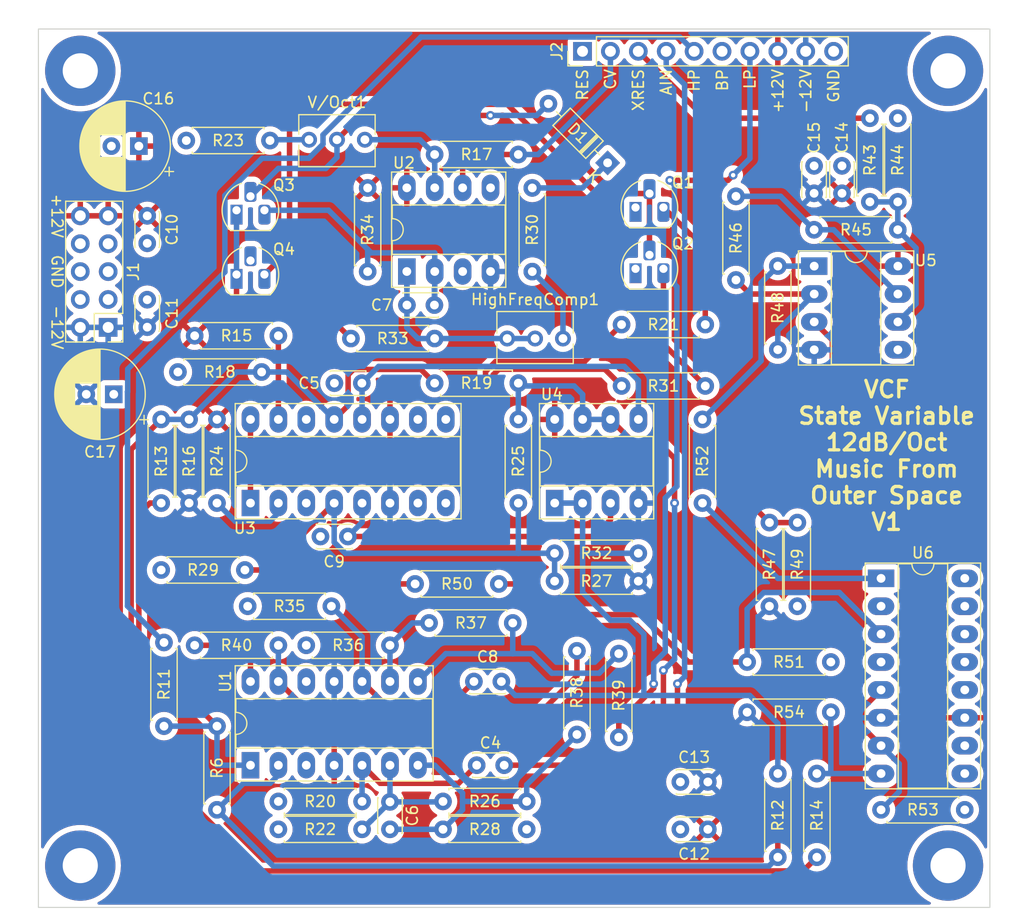
<source format=kicad_pcb>
(kicad_pcb (version 20221018) (generator pcbnew)
  (layers (0 "F.Cu" signal) (1 "In1.Cu" power) (2 "In2.Cu" power) (31 "B.Cu" signal) (34 "B.Paste" user) (35 "F.Paste" user) (36 "B.SilkS" user "B.Silkscreen") (37 "F.SilkS" user "F.Silkscreen") (38 "B.Mask" user) (39 "F.Mask" user) (44 "Edge.Cuts" user))
  (net 0 "")
  (net 1 "+12V")
  (net 2 "-12V")
  (net 3 "AIN")
  (net 4 "RES")
  (net 5 "CV{slash}CO")
  (net 6 "Net-(U1B-+)")
  (net 7 "GND")
  (net 8 "Net-(Q2-C)")
  (net 9 "Net-(C6-Pad1)")
  (net 10 "Net-(D1-K)")
  (net 11 "Net-(D1-A)")
  (net 12 "Net-(U1B--)")
  (net 13 "Net-(C7-Pad2)")
  (net 14 "Net-(U1C-+)")
  (net 19 "Net-(Q1-C)")
  (net 20 "Net-(Q3-C)")
  (net 21 "Net-(Q1-B)")
  (net 22 "Net-(U3A-DIODE_BIAS)")
  (net 23 "Net-(Q3-E)")
  (net 24 "Net-(U3A--)")
  (net 25 "HP")
  (net 26 "RB")
  (net 27 "Net-(U4B-+)")
  (net 28 "Net-(U4B--)")
  (net 29 "Net-(R11-Pad1)")
  (net 30 "Net-(U3C-DIODE_BIAS)")
  (net 31 "Net-(U3C--)")
  (net 32 "Net-(R17-Pad2)")
  (net 33 "Net-(U4A-+)")
  (net 34 "Net-(R21-Pad2)")
  (net 35 "Net-(R23-Pad1)")
  (net 36 "BP")
  (net 37 "Net-(R31-Pad2)")
  (net 38 "Net-(U1C--)")
  (net 39 "Net-(R37-Pad2)")
  (net 40 "LP")
  (net 41 "Net-(U1D--)")
  (net 42 "RA")
  (net 43 "XRES")
  (net 44 "Net-(U5B--)")
  (net 45 "Net-(R45-Pad2)")
  (net 46 "Net-(U5A-+)")
  (net 47 "Net-(U5A--)")
  (net 48 "Net-(R48-Pad2)")
  (net 49 "Net-(R52-Pad2)")
  (net 50 "Net-(R53-Pad2)")
  (net 51 "Net-(U6C-+)")
  (net 58 "Net-(U4A--)")
  (net 59 "Net-(HighFreqComp1-Pad3)")
  (footprint "Package_TO_SOT_THT:TO-92_HandSolder" (layer "F.Cu") (at 113.538 40.894)
    (fp_text reference "Q1")
    (fp_text value "2N3906")
  )
  (footprint "Library:R_Axial_DIN0207_L6.3mm_D2.5mm_P7.62mm_Horizontal" (layer "F.Cu") (at 96.012 94.996)
    (fp_text reference "R26")
    (fp_text value "150K")
  )
  (footprint "Library:R_Axial_DIN0207_L6.3mm_D2.5mm_P7.62mm_Horizontal" (layer "F.Cu") (at 122.682 39.878 -90)
    (fp_text reference "R46")
    (fp_text value "100K")
  )
  (footprint "Library:R_Axial_DIN0207_L6.3mm_D2.5mm_P7.62mm_Horizontal" (layer "F.Cu") (at 72.898 67.818 90)
    (fp_text reference "R16")
    (fp_text value "43K")
  )
  (footprint "Library:R_Axial_DIN0207_L6.3mm_D2.5mm_P7.62mm_Horizontal" (layer "F.Cu") (at 73.406 52.578)
    (fp_text reference "R15")
    (fp_text value "20K")
  )
  (footprint "Capacitor_THT:C_Disc_D3.0mm_W2.0mm_P2.50mm" (layer "F.Cu") (at 84.856 70.866)
    (fp_text reference "C9")
    (fp_text value "220pF")
  )
  (footprint "Library:R_Axial_DIN0207_L6.3mm_D2.5mm_P7.62mm_Horizontal" (layer "F.Cu") (at 119.634 60.198 -90)
    (fp_text reference "R52")
    (fp_text value "30K")
  )
  (footprint "Package_DIP:DIP-16_W7.62mm_Socket_LongPads" (layer "F.Cu") (at 135.89 74.676)
    (fp_text reference "U6")
    (fp_text value "LM13700")
  )
  (footprint "Library:R_Axial_DIN0207_L6.3mm_D2.5mm_P7.62mm_Horizontal" (layer "F.Cu") (at 112.014 81.534 -90)
    (fp_text reference "R39")
    (fp_text value "2K")
  )
  (footprint "Capacitor_THT:CP_Radial_D8.0mm_P2.50mm" (layer "F.Cu") (at 66.04 57.912 180)
    (fp_text reference "C17")
    (fp_text value "10uF")
  )
  (footprint "Library:R_Axial_DIN0207_L6.3mm_D2.5mm_P7.62mm_Horizontal" (layer "F.Cu") (at 123.698 86.868)
    (fp_text reference "R54")
    (fp_text value "4.7K")
  )
  (footprint "Library:R_Axial_DIN0207_L6.3mm_D2.5mm_P7.62mm_Horizontal" (layer "F.Cu") (at 102.87 36.068 180)
    (fp_text reference "R17")
    (fp_text value "100K")
  )
  (footprint "Library:R_Axial_DIN0207_L6.3mm_D2.5mm_P7.62mm_Horizontal" (layer "F.Cu") (at 96.012 97.536)
    (fp_text reference "R28")
    (fp_text value "2K")
  )
  (footprint "Library:R_Axial_DIN0207_L6.3mm_D2.5mm_P7.62mm_Horizontal" (layer "F.Cu") (at 93.472 75.184)
    (fp_text reference "R50")
    (fp_text value "30K")
  )
  (footprint "Package_TO_SOT_THT:TO-92_HandSolder" (layer "F.Cu") (at 77.216 41.148)
    (fp_text reference "Q3")
    (fp_text value "2N3904")
  )
  (footprint "Capacitor_THT:C_Disc_D3.0mm_W2.0mm_P2.50mm" (layer "F.Cu") (at 117.622 93.218)
    (fp_text reference "C13")
    (fp_text value "100nF")
  )
  (footprint "Capacitor_THT:C_Disc_D3.0mm_W2.0mm_P2.50mm" (layer "F.Cu") (at 86.126 56.896)
    (fp_text reference "C5")
    (fp_text value "220pF")
  )
  (footprint "Library:R_Axial_DIN0207_L6.3mm_D2.5mm_P7.62mm_Horizontal" (layer "F.Cu") (at 70.612 88.138 90)
    (fp_text reference "R11")
    (fp_text value "100K")
  )
  (footprint "Library:R_Axial_DIN0207_L6.3mm_D2.5mm_P7.62mm_Horizontal" (layer "F.Cu") (at 143.51 95.758 180)
    (fp_text reference "R53")
    (fp_text value "30K")
  )
  (footprint "MountingHole:MountingHole_3.2mm_M3_Pad" (layer "F.Cu") (at 141.986 100.838)
    (fp_text reference "H3" hide)
    (fp_text value "MountingHole_Pad")
  )
  (footprint "Library:R_Axial_DIN0207_L6.3mm_D2.5mm_P7.62mm_Horizontal" (layer "F.Cu") (at 106.172 72.39)
    (fp_text reference "R32")
    (fp_text value "100K")
  )
  (footprint "Capacitor_THT:C_Disc_D3.0mm_W2.0mm_P2.50mm" (layer "F.Cu") (at 132.334 39.604 90)
    (fp_text reference "C14")
    (fp_text value "100nF")
  )
  (footprint "Library:R_Axial_DIN0207_L6.3mm_D2.5mm_P7.62mm_Horizontal" (layer "F.Cu") (at 119.888 51.562 180)
    (fp_text reference "R21")
    (fp_text value "7.5K")
  )
  (footprint "Library:R_Axial_DIN0207_L6.3mm_D2.5mm_P7.62mm_Horizontal" (layer "F.Cu") (at 125.73 77.216 90)
    (fp_text reference "R47")
    (fp_text value "100K")
  )
  (footprint "Library:R_Axial_DIN0207_L6.3mm_D2.5mm_P7.62mm_Horizontal" (layer "F.Cu") (at 71.882 55.88)
    (fp_text reference "R18")
    (fp_text value "100R")
  )
  (footprint "Library:R_Axial_DIN0207_L6.3mm_D2.5mm_P7.62mm_Horizontal" (layer "F.Cu") (at 104.14 39.116 -90)
    (fp_text reference "R30")
    (fp_text value "10K")
  )
  (footprint "Library:R_Axial_DIN0207_L6.3mm_D2.5mm_P7.62mm_Horizontal" (layer "F.Cu") (at 95.25 56.896)
    (fp_text reference "R19")
    (fp_text value "100K")
  )
  (footprint "Library:R_Axial_DIN0207_L6.3mm_D2.5mm_P7.62mm_Horizontal" (layer "F.Cu") (at 70.358 67.818 90)
    (fp_text reference "R13")
    (fp_text value "100K")
  )
  (footprint "Library:R_Axial_DIN0207_L6.3mm_D2.5mm_P7.62mm_Horizontal" (layer "F.Cu") (at 102.87 60.198 -90)
    (fp_text reference "R25")
    (fp_text value "100K")
  )
  (footprint "Connector_PinHeader_2.54mm:PinHeader_1x10_P2.54mm_Vertical" (layer "F.Cu") (at 108.712 26.67 90)
    (fp_text reference "J2")
    (fp_text value "Conn_01x10")
  )
  (footprint "Library:R_Axial_DIN0207_L6.3mm_D2.5mm_P7.62mm_Horizontal" (layer "F.Cu") (at 128.27 69.596 -90)
    (fp_text reference "R49")
    (fp_text value "30K")
  )
  (footprint "Library:R_Axial_DIN0207_L6.3mm_D2.5mm_P7.62mm_Horizontal" (layer "F.Cu") (at 137.414 42.926 180)
    (fp_text reference "R45")
    (fp_text value "120K")
  )
  (footprint "Library:R_Axial_DIN0207_L6.3mm_D2.5mm_P7.62mm_Horizontal" (layer "F.Cu") (at 89.154 39.116 -90)
    (fp_text reference "R34")
    (fp_text value "1M")
  )
  (footprint "Package_DIP:DIP-8_W7.62mm_Socket_LongPads" (layer "F.Cu") (at 106.182 67.818 90)
    (fp_text reference "U4")
    (fp_text value "TL072")
  )
  (footprint "Library:R_Axial_DIN0207_L6.3mm_D2.5mm_P7.62mm_Horizontal" (layer "F.Cu") (at 75.438 95.758 90)
    (fp_text reference "R6")
    (fp_text value "300K")
  )
  (footprint "Library:R_Axial_DIN0207_L6.3mm_D2.5mm_P7.62mm_Horizontal" (layer "F.Cu") (at 108.204 88.9 90)
    (fp_text reference "R38")
    (fp_text value "49.9K")
  )
  (footprint "Library:R_Axial_DIN0207_L6.3mm_D2.5mm_P7.62mm_Horizontal" (layer "F.Cu") (at 81.026 97.536)
    (fp_text reference "R22")
    (fp_text value "180K")
  )
  (footprint "Library:R_Axial_DIN0207_L6.3mm_D2.5mm_P7.62mm_Horizontal" (layer "F.Cu") (at 134.874 32.766 -90)
    (fp_text reference "R43")
    (fp_text value "100K")
  )
  (footprint "MountingHole:MountingHole_3.2mm_M3_Pad" (layer "F.Cu") (at 62.992 100.838)
    (fp_text reference "H4" hide)
    (fp_text value "MountingHole_Pad")
  )
  (footprint "Library:R_Axial_DIN0207_L6.3mm_D2.5mm_P7.62mm_Horizontal" (layer "F.Cu") (at 80.264 34.798 180)
    (fp_text reference "R23")
    (fp_text value "475R")
  )
  (footprint "MountingHole:MountingHole_3.2mm_M3_Pad" (layer "F.Cu") (at 62.992 28.448)
    (fp_text reference "H1" hide)
    (fp_text value "MountingHole_Pad")
  )
  (footprint "Package_DIP:DIP-8_W7.62mm_Socket_LongPads" (layer "F.Cu") (at 129.804 46.238)
    (fp_text reference "U5")
    (fp_text value "TL072")
  )
  (footprint "Library:R_Axial_DIN0207_L6.3mm_D2.5mm_P7.62mm_Horizontal" (layer "F.Cu") (at 131.318 82.296 180)
    (fp_text reference "R51")
    (fp_text value "100R")
  )
  (footprint "MountingHole:MountingHole_3.2mm_M3_Pad" (layer "F.Cu") (at 141.986 28.448)
    (fp_text reference "H2" hide)
    (fp_text value "MountingHole_Pad")
  )
  (footprint "Library:R_Axial_DIN0207_L6.3mm_D2.5mm_P7.62mm_Horizontal" (layer "F.Cu") (at 95.25 52.832 180)
    (fp_text reference "R33")
    (fp_text value "10K")
  )
  (footprint "Package_DIP:DIP-14_W7.62mm_Socket_LongPads" (layer "F.Cu") (at 78.486 91.694 90)
    (fp_text reference "U1")
    (fp_text value "TL074")
  )
  (footprint "Capacitor_THT:C_Disc_D3.0mm_W2.0mm_P2.50mm" (layer "F.Cu") (at 120.122 97.536 180)
    (fp_text reference "C12")
    (fp_text value "100nF")
  )
  (footprint "Library:R_Axial_DIN0207_L6.3mm_D2.5mm_P7.62mm_Horizontal" (layer "F.Cu") (at 94.742 78.74)
    (fp_text reference "R37")
    (fp_text value "150K")
  )
  (footprint "Library:R_Axial_DIN0207_L6.3mm_D2.5mm_P7.62mm_Horizontal" (layer "F.Cu") (at 81.026 94.996)
    (fp_text reference "R20")
    (fp_text value "4.7M")
  )
  (footprint "Potentiometer_THT:Potentiometer_Bourns_3266Y_Vertical" (layer "F.Cu") (at 88.9 34.723)
    (fp_text reference "V/Oct1")
    (fp_text value "100R")
  )
  (footprint "Library:R_Axial_DIN0207_L6.3mm_D2.5mm_P7.62mm_Horizontal" (layer "F.Cu") (at 126.492 53.848 90)
    (fp_text reference "R48")
    (fp_text value "100K")
  )
  (footprint "Library:R_Axial_DIN0207_L6.3mm_D2.5mm_P7.62mm_Horizontal" (layer "F.Cu") (at 78.232 77.216)
    (fp_text reference "R35")
    (fp_text value "4.7M")
  )
  (footprint "Potentiometer_THT:Potentiometer_Bourns_3266Y_Vertical" (layer "F.Cu") (at 101.854 52.832 180)
    (fp_text reference "HighFreqComp1")
    (fp_text value "100R")
  )
  (footprint "Capacitor_THT:C_Disc_D3.0mm_W2.0mm_P2.50mm" (layer "F.Cu") (at 69.088 41.656 -90)
    (fp_text reference "C10")
    (fp_text value "100nF")
  )
  (footprint "Capacitor_THT:C_Disc_D3.0mm_W2.0mm_P2.50mm" (layer "F.Cu") (at 91.186 97.536 90)
    (fp_text reference "C6")
    (fp_text value "22pF")
  )
  (footprint "Library:R_Axial_DIN0207_L6.3mm_D2.5mm_P7.62mm_Horizontal" (layer "F.Cu") (at 75.438 60.198 -90)
    (fp_text reference "R24")
    (fp_text value "20K")
  )
  (footprint "Connector_PinHeader_2.54mm:PinHeader_2x05_P2.54mm_Vertical" (layer "F.Cu") (at 65.532 51.816 180)
    (fp_text reference "J1")
    (fp_text value "Conn_02x05_Odd_Even")
  )
  (footprint "Library:R_Axial_DIN0207_L6.3mm_D2.5mm_P7.62mm_Horizontal" (layer "F.Cu") (at 83.566 80.772)
    (fp_text reference "R36")
    (fp_text value "39K")
  )
  (footprint "Library:R_Axial_DIN0207_L6.3mm_D2.5mm_P7.62mm_Horizontal" (layer "F.Cu") (at 130.048 92.456 -90)
    (fp_text reference "R14")
    (fp_text value "150K")
  )
  (footprint "Package_TO_SOT_THT:TO-92_HandSolder" (layer "F.Cu") (at 77.216 47.002)
    (fp_text reference "Q4")
    (fp_text value "2N3904")
  )
  (footprint "Library:R_Axial_DIN0207_L6.3mm_D2.5mm_P7.62mm_Horizontal" (layer "F.Cu") (at 137.414 32.766 -90)
    (fp_text reference "R44")
    (fp_text value "100K")
  )
  (footprint "Library:R_Axial_DIN0207_L6.3mm_D2.5mm_P7.62mm_Horizontal" (layer "F.Cu") (at 119.888 57.15 180)
    (fp_text reference "R31")
    (fp_text value "7.5K")
  )
  (footprint "Library:R_Axial_DIN0207_L6.3mm_D2.5mm_P7.62mm_Horizontal" (layer "F.Cu") (at 81.026 80.772 180)
    (fp_text reference "R40")
    (fp_text value "150K")
  )
  (footprint "Diode_THT:D_DO-35_SOD27_P7.62mm_Horizontal" (layer "F.Cu") (at 110.998 36.83 135)
    (fp_text reference "D1")
    (fp_text value "1N914")
  )
  (footprint "Package_DIP:DIP-8_W7.62mm_Socket_LongPads" (layer "F.Cu") (at 92.72 46.726 90)
    (fp_text reference "U2")
    (fp_text value "TL072")
  )
  (footprint "Capacitor_THT:C_Disc_D3.0mm_W2.0mm_P2.50mm" (layer "F.Cu") (at 101.58 91.694 180)
    (fp_text reference "C4")
    (fp_text value "100nF")
  )
  (footprint "Capacitor_THT:CP_Radial_D8.0mm_P2.50mm" (layer "F.Cu") (at 68.326 35.306 180)
    (fp_text reference "C16")
    (fp_text value "10uF")
  )
  (footprint "Library:R_Axial_DIN0207_L6.3mm_D2.5mm_P7.62mm_Horizontal" (layer "F.Cu") (at 70.358 73.914)
    (fp_text reference "R29")
    (fp_text value "100R")
  )
  (footprint "Library:R_Axial_DIN0207_L6.3mm_D2.5mm_P7.62mm_Horizontal" (layer "F.Cu") (at 113.792 74.93 180)
    (fp_text reference "R27")
    (fp_text value "39K")
  )
  (footprint "Capacitor_THT:C_Disc_D3.0mm_W2.0mm_P2.50mm" (layer "F.Cu") (at 95.23 49.784 180)
    (fp_text reference "C7")
    (fp_text value "1nF")
  )
  (footprint "Capacitor_THT:C_Disc_D3.0mm_W2.0mm_P2.50mm" (layer "F.Cu") (at 69.088 49.296 -90)
    (fp_text reference "C11")
    (fp_text value "100nF")
  )
  (footprint "Package_DIP:DIP-16_W7.62mm_Socket_LongPads" (layer "F.Cu") (at 78.486 67.818 90)
    (fp_text reference "U3")
    (fp_text value "LM13700")
  )
  (footprint "Package_TO_SOT_THT:TO-92_HandSolder" (layer "F.Cu") (at 113.538 46.482)
    (fp_text reference "Q2")
    (fp_text value "2N3906")
  )
  (footprint "Library:R_Axial_DIN0207_L6.3mm_D2.5mm_P7.62mm_Horizontal" (layer "F.Cu") (at 126.492 100.076 90)
    (fp_text reference "R12")
    (fp_text value "49.9K")
  )
  (footprint "Capacitor_THT:C_Disc_D3.0mm_W2.0mm_P2.50mm" (layer "F.Cu") (at 98.826 84.074)
    (fp_text reference "C8")
    (fp_text value "100nF")
  )
  (footprint "Capacitor_THT:C_Disc_D3.0mm_W2.0mm_P2.50mm" (layer "F.Cu") (at 129.794 37.104 -90)
    (fp_text reference "C15")
    (fp_text value "100nF")
  )
  (gr_rect (start 59.182 24.638) (end 145.796 104.648) (stroke (width 0.1)) (fill none) (layer "Edge.Cuts"))
  (gr_text "AIN" (at 116.332 28.194 90) (layer "F.SilkS") (effects (font (size 1 1)) (justify right)))
  (gr_text "BP" (at 121.442 28.194 90) (layer "F.SilkS") (effects (font (size 1 1)) (justify right)))
  (gr_text "CV" (at 111.252 28.194 90) (layer "F.SilkS") (effects (font (size 1 1)) (justify right)))
  (gr_text "XRES" (at 113.792 28.194 90) (layer "F.SilkS") (effects (font (size 1 1)) (justify right)))
  (gr_text "LP" (at 123.952 28.194 90) (layer "F.SilkS") (effects (font (size 1 1)) (justify right)))
  (gr_text "-12V" (at 129.032 28.194 90) (layer "F.SilkS") (effects (font (size 1 1)) (justify right)))
  (gr_text "HP" (at 118.872 28.194 90) (layer "F.SilkS") (effects (font (size 1 1)) (justify right)))
  (gr_text "GND" (at 131.572 28.194 90) (layer "F.SilkS") (effects (font (size 1 1)) (justify right)))
  (gr_text "+12V" (at 61.468 41.656 270) (layer "F.SilkS") (effects (font (size 1 1)) (justify top)))
  (gr_text "RES" (at 108.712 28.194 90) (layer "F.SilkS") (effects (font (size 1 1)) (justify right)))
  (gr_text "+12V" (at 126.492 28.194 90) (layer "F.SilkS") (effects (font (size 1 1)) (justify right)))
  (gr_text "GND" (at 61.468 46.736 270) (layer "F.SilkS") (effects (font (size 1 1)) (justify top)))
  (gr_text "-12V" (at 61.468 51.816 270) (layer "F.SilkS") (effects (font (size 1 1)) (justify top)))
  (gr_text "VCF\nState Variable\n12dB/Oct\nMusic From\nOuter Space\nV1" (at 136.398 63.5) (layer "F.SilkS") (effects (font (size 1.5 1.5) (thickness 0.3) bold)))
  (segment (start 126.492 100.076) (end 126.492 96.012) (width 0.5) (layer "F.Cu") (net 3))
  (segment (start 126.492 96.012) (end 117.3582 86.8782) (width 0.5) (layer "F.Cu") (net 3))
  (segment (start 117.3582 86.8782) (end 117.3582 84.276) (width 0.5) (layer "F.Cu") (net 3))
  (via (at 117.3582 84.276) (size 0.8) (drill 0.4) (layers "F.Cu" "B.Cu") (net 3))
  (segment (start 126.492 100.076) (end 125.692 100.876) (width 0.5) (layer "B.Cu") (net 3))
  (segment (start 81.0046 91.7154) (end 81.0046 92.6154) (width 0.5) (layer "B.Cu") (net 3))
  (segment (start 125.692 100.876) (end 80.556 100.876) (width 0.5) (layer "B.Cu") (net 3))
  (segment (start 118.0063 29.6943) (end 118.0063 83.6279) (width 0.5) (layer "B.Cu") (net 3))
  (segment (start 81.026 91.694) (end 81.0046 91.7154) (width 0.5) (layer "B.Cu") (net 3))
  (segment (start 118.0063 83.6279) (end 117.3582 84.276) (width 0.5) (layer "B.Cu") (net 3))
  (segment (start 116.332 28.02) (end 118.0063 29.6943) (width 0.5) (layer "B.Cu") (net 3))
  (segment (start 80.556 100.876) (end 75.438 95.758) (width 0.5) (layer "B.Cu") (net 3))
  (segment (start 77.852 93.344) (end 75.438 95.758) (width 0.5) (layer "B.Cu") (net 3))
  (segment (start 80.276 93.344) (end 77.852 93.344) (width 0.5) (layer "B.Cu") (net 3))
  (segment (start 81.0046 92.6154) (end 80.276 93.344) (width 0.5) (layer "B.Cu") (net 3))
  (segment (start 116.332 26.67) (end 116.332 28.02) (width 0.5) (layer "B.Cu") (net 3))
  (segment (start 102.87 36.068) (end 98.552 36.068) (width 0.5) (layer "F.Cu") (net 5))
  (segment (start 98.552 36.068) (end 97.8 36.82) (width 0.5) (layer "F.Cu") (net 5))
  (segment (start 97.8 36.82) (end 97.8 39.106) (width 0.5) (layer "F.Cu") (net 5))
  (segment (start 104.6737 36.068) (end 111.252 29.4897) (width 0.5) (layer "B.Cu") (net 5))
  (segment (start 102.87 36.068) (end 104.6737 36.068) (width 0.5) (layer "B.Cu") (net 5))
  (segment (start 111.252 29.4897) (end 111.252 26.67) (width 0.5) (layer "B.Cu") (net 5))
  (segment (start 88.646 91.694) (end 90.296 93.344) (width 0.5) (layer "F.Cu") (net 6))
  (segment (start 97.43 93.344) (end 99.08 91.694) (width 0.5) (layer "F.Cu") (net 6))
  (segment (start 90.296 93.344) (end 97.43 93.344) (width 0.5) (layer "F.Cu") (net 6))
  (segment (start 88.646 91.694) (end 88.646 94.996) (width 0.5) (layer "B.Cu") (net 6))
  (segment (start 116.078 53.34) (end 116.078 46.482) (width 0.5) (layer "F.Cu") (net 8))
  (segment (start 119.888 57.15) (end 116.078 53.34) (width 0.5) (layer "F.Cu") (net 8))
  (segment (start 97.79 94.234) (end 97.79 94.996) (width 0.5) (layer "B.Cu") (net 9))
  (segment (start 103.632 93.472) (end 108.204 88.9) (width 0.5) (layer "B.Cu") (net 9))
  (segment (start 103.632 94.996) (end 97.79 94.996) (width 0.5) (layer "B.Cu") (net 9))
  (segment (start 95.25 91.694) (end 97.79 94.234) (width 0.5) (layer "B.Cu") (net 9))
  (segment (start 97.79 95.758) (end 96.012 97.536) (width 0.5) (layer "B.Cu") (net 9))
  (segment (start 97.79 94.996) (end 97.79 95.758) (width 0.5) (layer "B.Cu") (net 9))
  (segment (start 103.632 94.996) (end 103.632 93.472) (width 0.5) (layer "B.Cu") (net 9))
  (segment (start 93.726 91.694) (end 95.25 91.694) (width 0.5) (layer "B.Cu") (net 9))
  (segment (start 91.186 97.536) (end 96.012 97.536) (width 0.5) (layer "B.Cu") (net 9))
  (segment (start 108.712 39.116) (end 110.998 36.83) (width 0.5) (layer "B.Cu") (net 10))
  (segment (start 104.14 39.116) (end 108.712 39.116) (width 0.5) (layer "B.Cu") (net 10))
  (segment (start 88.571 32.512) (end 86.36 34.723) (width 0.5) (layer "F.Cu") (net 11))
  (segment (start 100.33 32.512) (end 88.571 32.512) (width 0.5) (layer "F.Cu") (net 11))
  (via (at 100.33 32.512) (size 0.8) (drill 0.4) (layers "F.Cu" "B.Cu") (net 11))
  (segment (start 105.609846 31.441846) (end 104.539692 32.512) (width 0.5) (layer "B.Cu") (net 11))
  (segment (start 86.36 36.322) (end 86.36 34.723) (width 0.5) (layer "B.Cu") (net 11))
  (segment (start 85.344 37.338) (end 86.36 36.322) (width 0.5) (layer "B.Cu") (net 11))
  (segment (start 78.486 39.878) (end 81.026 37.338) (width 0.5) (layer "B.Cu") (net 11))
  (segment (start 104.539692 32.512) (end 100.33 32.512) (width 0.5) (layer "B.Cu") (net 11))
  (segment (start 81.026 37.338) (end 85.344 37.338) (width 0.5) (layer "B.Cu") (net 11))
  (segment (start 91.186 91.694) (end 91.186 95.036) (width 0.5) (layer "B.Cu") (net 12))
  (segment (start 89.486 96.736) (end 91.186 95.036) (width 0.5) (layer "B.Cu") (net 12))
  (segment (start 91.186 95.036) (end 95.972 95.036) (width 0.5) (layer "B.Cu") (net 12))
  (segment (start 95.972 95.036) (end 96.012 94.996) (width 0.5) (layer "B.Cu") (net 12))
  (segment (start 89.446 96.736) (end 88.646 97.536) (width 0.5) (layer "B.Cu") (net 12))
  (segment (start 89.486 96.736) (end 89.446 96.736) (width 0.5) (layer "B.Cu") (net 12))
  (segment (start 88.686 97.536) (end 89.486 96.736) (width 0.5) (layer "B.Cu") (net 12))
  (segment (start 92.73 49.784) (end 92.73 48.26) (width 0.5) (layer "B.Cu") (net 13))
  (segment (start 92.73 48.26) (end 92.72 48.25) (width 0.5) (layer "B.Cu") (net 13))
  (segment (start 92.72 48.25) (end 92.72 46.726) (width 0.5) (layer "B.Cu") (net 13))
  (segment (start 92.73 48.26) (end 92.73 46.736) (width 0.5) (layer "B.Cu") (net 13))
  (segment (start 104.394 52.832) (end 101.854 52.832) (width 0.5) (layer "B.Cu") (net 13))
  (segment (start 93.726 52.832) (end 92.71 51.816) (width 0.5) (layer "B.Cu") (net 13))
  (segment (start 95.25 52.832) (end 93.726 52.832) (width 0.5) (layer "B.Cu") (net 13))
  (segment (start 92.71 51.816) (end 92.73 51.796) (width 0.5) (layer "B.Cu") (net 13))
  (segment (start 101.854 52.832) (end 95.25 52.832) (width 0.5) (layer "B.Cu") (net 13))
  (segment (start 92.73 51.796) (end 92.73 49.784) (width 0.5) (layer "B.Cu") (net 13))
  (segment (start 98.826 84.074) (end 96.794 86.106) (width 0.5) (layer "F.Cu") (net 14))
  (segment (start 90.678 86.106) (end 88.646 84.074) (width 0.5) (layer "F.Cu") (net 14))
  (segment (start 96.794 86.106) (end 90.678 86.106) (width 0.5) (layer "F.Cu") (net 14))
  (segment (start 88.646 80.01) (end 85.852 77.216) (width 0.5) (layer "B.Cu") (net 14))
  (segment (start 88.646 84.074) (end 88.646 80.01) (width 0.5) (layer "B.Cu") (net 14))
  (segment (start 119.888 44.704) (end 119.888 51.562) (width 0.5) (layer "F.Cu") (net 19))
  (segment (start 116.078 40.894) (end 119.888 44.704) (width 0.5) (layer "F.Cu") (net 19))
  (segment (start 95.26 46.726) (end 95.26 45.026) (width 0.5) (layer "B.Cu") (net 20))
  (segment (start 95.26 45.026) (end 89.476 45.026) (width 0.5) (layer "B.Cu") (net 20))
  (segment (start 85.598 41.148) (end 79.756 41.148) (width 0.5) (layer "B.Cu") (net 20))
  (segment (start 95.26 48.24) (end 95.23 48.27) (width 0.5) (layer "B.Cu") (net 20))
  (segment (start 95.23 48.27) (end 95.23 49.784) (width 0.5) (layer "B.Cu") (net 20))
  (segment (start 89.476 45.026) (end 89.154 44.704) (width 0.5) (layer "B.Cu") (net 20))
  (segment (start 95.26 48.24) (end 95.26 49.754) (width 0.5) (layer "B.Cu") (net 20))
  (segment (start 89.154 44.704) (end 85.598 41.148) (width 0.5) (layer "B.Cu") (net 20))
  (segment (start 89.154 46.736) (end 89.154 44.704) (width 0.5) (layer "B.Cu") (net 20))
  (segment (start 95.26 46.726) (end 95.26 48.24) (width 0.5) (layer "B.Cu") (net 20))
  (segment (start 109.982 39.624) (end 101.854 31.496) (width 0.5) (layer "F.Cu") (net 21))
  (segment (start 101.854 31.496) (end 83.82 31.496) (width 0.5) (layer "F.Cu") (net 21))
  (segment (start 82.042 33.274) (end 82.042 44.716) (width 0.5) (layer "F.Cu") (net 21))
  (segment (start 114.808 39.624) (end 114.808 45.212) (width 0.5) (layer "F.Cu") (net 21))
  (segment (start 83.82 31.496) (end 82.042 33.274) (width 0.5) (layer "F.Cu") (net 21))
  (segment (start 114.808 39.624) (end 109.982 39.624) (width 0.5) (layer "F.Cu") (net 21))
  (segment (start 82.042 44.716) (end 79.756 47.002) (width 0.5) (layer "F.Cu") (net 21))
  (segment (start 81.026 60.198) (end 81.026 52.578) (width 0.5) (layer "F.Cu") (net 22))
  (segment (start 85.344 50.546) (end 77.47 50.546) (width 0.5) (layer "F.Cu") (net 23))
  (segment (start 77.216 50.292) (end 77.216 47.002) (width 0.5) (layer "F.Cu") (net 23))
  (segment (start 77.47 50.546) (end 77.216 50.292) (width 0.5) (layer "F.Cu") (net 23))
  (segment (start 87.63 52.832) (end 85.344 50.546) (width 0.5) (layer "F.Cu") (net 23))
  (segment (start 77.216 47.002) (end 77.216 41.148) (width 0.5) (layer "B.Cu") (net 23))
  (segment (start 94 55.646) (end 95.25 56.896) (width 0.5) (layer "F.Cu") (net 24))
  (segment (start 130.048 100.076) (end 128.798 101.326) (width 0.5) (layer "F.Cu") (net 24))
  (segment (start 86.106 60.198) (end 87.376 58.928) (width 0.5) (layer "F.Cu") (net 24))
  (segment (start 87.376 56.134) (end 87.864 55.646) (width 0.5) (layer "F.Cu") (net 24))
  (segment (start 128.798 101.326) (end 79.238233 101.326) (width 0.5) (layer "F.Cu") (net 24))
  (segment (start 87.376 58.928) (end 87.376 56.134) (width 0.5) (layer "F.Cu") (net 24))
  (segment (start 67.626 89.713767) (end 67.626 62.93) (width 0.5) (layer "F.Cu") (net 24))
  (segment (start 67.626 62.93) (end 70.358 60.198) (width 0.5) (layer "F.Cu") (net 24))
  (segment (start 87.864 55.646) (end 94 55.646) (width 0.5) (layer "F.Cu") (net 24))
  (segment (start 79.238233 101.326) (end 67.626 89.713767) (width 0.5) (layer "F.Cu") (net 24))
  (segment (start 70.358 60.198) (end 72.898 60.198) (width 0.5) (layer "B.Cu") (net 24))
  (segment (start 86.106 60.198) (end 81.788 55.88) (width 0.5) (layer "B.Cu") (net 24))
  (segment (start 72.898 60.198) (end 77.216 55.88) (width 0.5) (layer "B.Cu") (net 24))
  (segment (start 77.216 55.88) (end 79.502 55.88) (width 0.5) (layer "B.Cu") (net 24))
  (segment (start 81.788 55.88) (end 79.502 55.88) (width 0.5) (layer "B.Cu") (net 24))
  (segment (start 76.158 39.7972) (end 76.158 46.766) (width 0.5) (layer "B.Cu") (net 25))
  (segment (start 83.8016 36.4136) (end 79.5416 36.4136) (width 0.5) (layer "B.Cu") (net 25))
  (segment (start 85.09 34.2799) (end 85.09 35.1252) (width 0.5) (layer "B.Cu") (net 25))
  (segment (start 67.31 55.614) (end 76.158 46.766) (width 0.5) (layer "B.Cu") (net 25))
  (segment (start 117.5701 25.3681) (end 94.0018 25.3681) (width 0.5) (layer "B.Cu") (net 25))
  (segment (start 94.0018 25.3681) (end 85.09 34.2799) (width 0.5) (layer "B.Cu") (net 25))
  (segment (start 67.29 57.678) (end 67.31 57.658) (width 0.5) (layer "B.Cu") (net 25))
  (segment (start 79.5416 36.4136) (end 76.158 39.7972) (width 0.5) (layer "B.Cu") (net 25))
  (segment (start 67.31 57.658) (end 67.31 55.614) (width 0.5) (layer "B.Cu") (net 25))
  (segment (start 67.29 77.196) (end 67.29 57.678) (width 0.5) (layer "B.Cu") (net 25))
  (segment (start 85.09 35.1252) (end 83.8016 36.4136) (width 0.5) (layer "B.Cu") (net 25))
  (segment (start 118.872 26.67) (end 117.5701 25.3681) (width 0.5) (layer "B.Cu") (net 25))
  (segment (start 70.612 80.518) (end 67.29 77.196) (width 0.5) (layer "B.Cu") (net 25))
  (segment (start 131.318 86.868) (end 131.318 92.456) (width 0.5) (layer "B.Cu") (net 26))
  (segment (start 131.318 92.456) (end 130.048 92.456) (width 0.5) (layer "B.Cu") (net 26))
  (segment (start 135.89 92.456) (end 131.318 92.456) (width 0.5) (layer "B.Cu") (net 26))
  (segment (start 88.626 56.896) (end 90.15 55.372) (width 0.5) (layer "B.Cu") (net 27))
  (segment (start 113.802 56.652) (end 113.802 60.198) (width 0.5) (layer "B.Cu") (net 27))
  (segment (start 88.646 56.916) (end 88.626 56.896) (width 0.5) (layer "B.Cu") (net 27))
  (segment (start 88.646 60.198) (end 88.646 56.916) (width 0.5) (layer "B.Cu") (net 27))
  (segment (start 112.522 55.372) (end 113.802 56.652) (width 0.5) (layer "B.Cu") (net 27))
  (segment (start 90.15 55.372) (end 112.522 55.372) (width 0.5) (layer "B.Cu") (net 27))
  (segment (start 113.548 62.484) (end 111.262 60.198) (width 0.5) (layer "F.Cu") (net 28))
  (segment (start 117.094 63.754) (end 115.824 62.484) (width 0.5) (layer "F.Cu") (net 28))
  (segment (start 115.824 62.484) (end 113.548 62.484) (width 0.5) (layer "F.Cu") (net 28))
  (segment (start 116.078 89.154) (end 116.078 83.058) (width 0.5) (layer "F.Cu") (net 28))
  (segment (start 117.094 67.818) (end 117.094 63.754) (width 0.5) (layer "F.Cu") (net 28))
  (segment (start 113.538 91.694) (end 116.078 89.154) (width 0.5) (layer "F.Cu") (net 28))
  (segment (start 101.58 91.694) (end 113.538 91.694) (width 0.5) (layer "F.Cu") (net 28))
  (via (at 117.094 67.818) (size 0.8) (drill 0.4) (layers "F.Cu" "B.Cu") (net 28))
  (via (at 116.078 83.058) (size 0.8) (drill 0.4) (layers "F.Cu" "B.Cu") (net 28))
  (segment (start 116.078 83.058) (end 117.094 82.042) (width 0.5) (layer "B.Cu") (net 28))
  (segment (start 102.87 57.15) (end 107.95 57.15) (width 0.5) (layer "B.Cu") (net 28))
  (segment (start 107.95 57.15) (end 108.722 57.922) (width 0.5) (layer "B.Cu") (net 28))
  (segment (start 117.094 82.042) (end 117.094 67.818) (width 0.5) (layer "B.Cu") (net 28))
  (segment (start 102.87 60.198) (end 102.87 57.15) (width 0.5) (layer "B.Cu") (net 28))
  (segment (start 108.722 57.922) (end 108.722 60.198) (width 0.5) (layer "B.Cu") (net 28))
  (segment (start 108.722 60.198) (end 111.262 60.198) (width 0.5) (layer "B.Cu") (net 28))
  (segment (start 68.326 81.026) (end 75.438 88.138) (width 0.5) (layer "F.Cu") (net 29))
  (segment (start 68.326 68.834) (end 68.326 81.026) (width 0.5) (layer "F.Cu") (net 29))
  (segment (start 70.358 67.818) (end 69.342 67.818) (width 0.5) (layer "F.Cu") (net 29))
  (segment (start 69.342 67.818) (end 68.326 68.834) (width 0.5) (layer "F.Cu") (net 29))
  (segment (start 75.438 88.138) (end 70.612 88.138) (width 0.5) (layer "B.Cu") (net 29))
  (segment (start 75.438 88.138) (end 75.438 91.694) (width 0.5) (layer "B.Cu") (net 29))
  (segment (start 78.486 91.694) (end 75.438 91.694) (width 0.5) (layer "B.Cu") (net 29))
  (segment (start 80.276 69.468) (end 77.088 69.468) (width 0.5) (layer "B.Cu") (net 30))
  (segment (start 81.026 68.718) (end 81.026 67.818) (width 0.5) (layer "B.Cu") (net 30))
  (segment (start 81.026 68.718) (end 80.276 69.468) (width 0.5) (layer "B.Cu") (net 30))
  (segment (start 77.088 69.468) (end 75.438 67.818) (width 0.5) (layer "B.Cu") (net 30))
  (segment (start 77.978 73.914) (end 80.01 73.914) (width 0.5) (layer "F.Cu") (net 31))
  (segment (start 80.01 73.914) (end 86.106 67.818) (width 0.5) (layer "F.Cu") (net 31))
  (segment (start 102.87 72.39) (end 106.172 72.39) (width 0.5) (layer "B.Cu") (net 31))
  (segment (start 86.106 67.818) (end 86.106 71.3838) (width 0.5) (layer "B.Cu") (net 31))
  (segment (start 86.106 71.3838) (end 87.1122 72.39) (width 0.5) (layer "B.Cu") (net 31))
  (segment (start 87.1122 72.39) (end 102.87 72.39) (width 0.5) (layer "B.Cu") (net 31))
  (segment (start 106.172 72.39) (end 106.172 74.93) (width 0.5) (layer "B.Cu") (net 31))
  (segment (start 102.87 67.818) (end 102.87 72.39) (width 0.5) (layer "B.Cu") (net 31))
  (segment (start 95.26 36.9419) (end 95.25 36.9319) (width 0.5) (layer "B.Cu") (net 32))
  (segment (start 93.905 34.723) (end 95.25 36.068) (width 0.5) (layer "B.Cu") (net 32))
  (segment (start 88.9 34.723) (end 93.905 34.723) (width 0.5) (layer "B.Cu") (net 32))
  (segment (start 95.26 36.9419) (end 95.26 36.078) (width 0.5) (layer "B.Cu") (net 32))
  (segment (start 95.25 36.9319) (end 95.25 36.068) (width 0.5) (layer "B.Cu") (net 32))
  (segment (start 95.26 39.106) (end 95.26 36.9419) (width 0.5) (layer "B.Cu") (net 32))
  (segment (start 111.262 69.332) (end 111.262 67.818) (width 0.5) (layer "F.Cu") (net 33))
  (segment (start 87.356 70.866) (end 109.728 70.866) (width 0.5) (layer "F.Cu") (net 33))
  (segment (start 109.728 70.866) (end 111.262 69.332) (width 0.5) (layer "F.Cu") (net 33))
  (segment (start 88.646 67.818) (end 88.646 69.576) (width 0.5) (layer "B.Cu") (net 33))
  (segment (start 88.646 69.576) (end 87.356 70.866) (width 0.5) (layer "B.Cu") (net 33))
  (segment (start 108.904 54.926) (end 112.268 51.562) (width 0.5) (layer "F.Cu") (net 34))
  (segment (start 79.056 63.816) (end 98.77005 63.816) (width 0.5) (layer "F.Cu") (net 34))
  (segment (start 78.486 60.198) (end 78.486 63.246) (width 0.5) (layer "F.Cu") (net 34))
  (segment (start 98.77005 63.816) (end 99.884 62.70205) (width 0.5) (layer "F.Cu") (net 34))
  (segment (start 100.802051 54.926) (end 108.904 54.926) (width 0.5) (layer "F.Cu") (net 34))
  (segment (start 78.486 63.246) (end 79.056 63.816) (width 0.5) (layer "F.Cu") (net 34))
  (segment (start 99.884 62.70205) (end 99.884 55.84405) (width 0.5) (layer "F.Cu") (net 34))
  (segment (start 99.884 55.84405) (end 100.802051 54.926) (width 0.5) (layer "F.Cu") (net 34))
  (segment (start 83.82 34.723) (end 80.339 34.723) (width 0.5) (layer "B.Cu") (net 35))
  (segment (start 80.339 34.723) (end 80.264 34.798) (width 0.5) (layer "B.Cu") (net 35))
  (segment (start 110.744 55.626) (end 112.268 57.15) (width 0.5) (layer "F.Cu") (net 37))
  (segment (start 100.584 56.134) (end 101.092 55.626) (width 0.5) (layer "F.Cu") (net 37))
  (segment (start 78.486 65.532) (end 79.502 64.516) (width 0.5) (layer "F.Cu") (net 37))
  (segment (start 79.502 64.516) (end 99.06 64.516) (width 0.5) (layer "F.Cu") (net 37))
  (segment (start 78.486 67.818) (end 78.486 65.532) (width 0.5) (layer "F.Cu") (net 37))
  (segment (start 100.584 62.992) (end 100.584 56.134) (width 0.5) (layer "F.Cu") (net 37))
  (segment (start 99.06 64.516) (end 100.584 62.992) (width 0.5) (layer "F.Cu") (net 37))
  (segment (start 101.092 55.626) (end 110.744 55.626) (width 0.5) (layer "F.Cu") (net 37))
  (segment (start 91.186 84.074) (end 91.186 80.772) (width 0.5) (layer "B.Cu") (net 38))
  (segment (start 93.218 78.74) (end 91.186 80.772) (width 0.5) (layer "B.Cu") (net 38))
  (segment (start 94.742 78.74) (end 93.218 78.74) (width 0.5) (layer "B.Cu") (net 38))
  (segment (start 105.918 83.312) (end 110.236 83.312) (width 0.5) (layer "B.Cu") (net 39))
  (segment (start 93.726 84.074) (end 96.266 81.534) (width 0.5) (layer "B.Cu") (net 39))
  (segment (start 110.236 83.312) (end 112.014 81.534) (width 0.5) (layer "B.Cu") (net 39))
  (segment (start 96.266 81.534) (end 102.362 81.534) (width 0.5) (layer "B.Cu") (net 39))
  (segment (start 102.362 81.534) (end 104.14 81.534) (width 0.5) (layer "B.Cu") (net 39))
  (segment (start 102.362 78.74) (end 102.362 81.534) (width 0.5) (layer "B.Cu") (net 39))
  (segment (start 104.14 81.534) (end 105.918 83.312) (width 0.5) (layer "B.Cu") (net 39))
  (segment (start 112.014 89.154) (end 112.014 87.854) (width 0.5) (layer "F.Cu") (net 40))
  (segment (start 121.9537 38.4232) (end 122.4249 37.952) (width 0.5) (layer "F.Cu") (net 40))
  (segment (start 116.6605 38.4232) (end 121.9537 38.4232) (width 0.5) (layer "F.Cu") (net 40))
  (segment (start 115.189 84.679) (end 115.189 84.276) (width 0.5) (layer "F.Cu") (net 40))
  (segment (start 112.014 87.854) (end 115.189 84.679) (width 0.5) (layer "F.Cu") (net 40))
  (via (at 116.6605 38.4232) (size 0.8) (drill 0.4) (layers "F.Cu" "B.Cu") (net 40))
  (via (at 122.4249 37.952) (size 0.8) (drill 0.4) (layers "F.Cu" "B.Cu") (net 40))
  (via (at 115.189 84.276) (size 0.8) (drill 0.4) (layers "F.Cu" "B.Cu") (net 40))
  (segment (start 116.6605 38.4232) (end 117.0809 38.8436) (width 0.5) (layer "B.Cu") (net 40))
  (segment (start 117.0809 47.8816) (end 117.3063 48.107) (width 0.5) (layer "B.Cu") (net 40))
  (segment (start 122.4249 37.952) (end 123.952 36.4249) (width 0.5) (layer "B.Cu") (net 40))
  (segment (start 123.952 36.4249) (end 123.952 26.67) (width 0.5) (layer "B.Cu") (net 40))
  (segment (start 115.189 82.423) (end 115.189 84.276) (width 0.5) (layer "B.Cu") (net 40))
  (segment (start 116.244 67.3563) (end 116.244 81.368) (width 0.5) (layer "B.Cu") (net 40))
  (segment (start 117.0809 38.8436) (end 117.0809 47.8816) (width 0.5) (layer "B.Cu") (net 40))
  (segment (start 117.3063 66.294) (end 116.244 67.3563) (width 0.5) (layer "B.Cu") (net 40))
  (segment (start 116.244 81.368) (end 115.189 82.423) (width 0.5) (layer "B.Cu") (net 40))
  (segment (start 117.3063 48.107) (end 117.3063 66.294) (width 0.5) (layer "B.Cu") (net 40))
  (segment (start 84.074 87.122) (end 104.648 87.122) (width 0.5) (layer "F.Cu") (net 41))
  (segment (start 108.204 83.566) (end 108.204 81.28) (width 0.5) (layer "F.Cu") (net 41))
  (segment (start 81.026 84.074) (end 84.074 87.122) (width 0.5) (layer "F.Cu") (net 41))
  (segment (start 104.648 87.122) (end 108.204 83.566) (width 0.5) (layer "F.Cu") (net 41))
  (segment (start 81.026 84.074) (end 81.026 80.772) (width 0.5) (layer "B.Cu") (net 41))
  (segment (start 78.486 80.772) (end 78.486 80.01) (width 0.5) (layer "F.Cu") (net 42))
  (segment (start 73.406 80.772) (end 78.486 80.772) (width 0.5) (layer "F.Cu") (net 42))
  (segment (start 78.486 80.01) (end 83.312 75.184) (width 0.5) (layer "F.Cu") (net 42))
  (segment (start 83.312 75.184) (end 93.472 75.184) (width 0.5) (layer "F.Cu") (net 42))
  (segment (start 78.486 84.074) (end 78.486 80.772) (width 0.5) (layer "F.Cu") (net 42))
  (segment (start 119.888 32.766) (end 113.792 26.67) (width 0.5) (layer "F.Cu") (net 43))
  (segment (start 134.874 32.766) (end 119.888 32.766) (width 0.5) (layer "F.Cu") (net 43))
  (segment (start 137.414 42.926) (end 139.074 44.586) (width 0.5) (layer "B.Cu") (net 44))
  (segment (start 137.414 42.926) (end 137.414 40.386) (width 0.5) (layer "B.Cu") (net 44))
  (segment (start 139.074 49.668) (end 137.424 51.318) (width 0.5) (layer "B.Cu") (net 44))
  (segment (start 139.074 44.586) (end 139.074 49.668) (width 0.5) (layer "B.Cu") (net 44))
  (segment (start 137.414 40.386) (end 134.874 40.386) (width 0.5) (layer "B.Cu") (net 44))
  (segment (start 122.682 39.878) (end 126.746 39.878) (width 0.5) (layer "B.Cu") (net 45))
  (segment (start 131.572 42.926) (end 137.424 48.778) (width 0.5) (layer "B.Cu") (net 45))
  (segment (start 126.746 39.878) (end 129.794 42.926) (width 0.5) (layer "B.Cu") (net 45))
  (segment (start 129.794 42.926) (end 131.572 42.926) (width 0.5) (layer "B.Cu") (net 45))
  (segment (start 125.73 69.596) (end 122.428 66.294) (width 0.5) (layer "F.Cu") (net 46))
  (segment (start 127 59.436) (end 131.454 54.982) (width 0.5) (layer "F.Cu") (net 46))
  (segment (start 131.454 52.968) (end 129.804 51.318) (width 0.5) (layer "F.Cu") (net 46))
  (segment (start 122.428 66.294) (end 122.428 60.706) (width 0.5) (layer "F.Cu") (net 46))
  (segment (start 131.454 54.982) (end 131.454 52.968) (width 0.5) (layer "F.Cu") (net 46))
  (segment (start 128.27 69.596) (end 125.73 69.596) (width 0.5) (layer "F.Cu") (net 46))
  (segment (start 123.698 59.436) (end 127 59.436) (width 0.5) (layer "F.Cu") (net 46))
  (segment (start 122.428 60.706) (end 123.698 59.436) (width 0.5) (layer "F.Cu") (net 46))
  (segment (start 123.962 48.778) (end 122.682 47.498) (width 0.5) (layer "F.Cu") (net 47))
  (segment (start 129.804 48.778) (end 123.962 48.778) (width 0.5) (layer "F.Cu") (net 47))
  (segment (start 129.804 48.778) (end 126.492 52.09) (width 0.5) (layer "B.Cu") (net 47))
  (segment (start 126.492 52.09) (end 126.492 53.848) (width 0.5) (layer "B.Cu") (net 47))
  (segment (start 129.804 46.238) (end 126.502 46.238) (width 0.5) (layer "B.Cu") (net 48))
  (segment (start 126.492 46.228) (end 124.968 47.752) (width 0.5) (layer "B.Cu") (net 48))
  (segment (start 126.502 46.238) (end 126.492 46.228) (width 0.5) (layer "B.Cu") (net 48))
  (segment (start 124.968 47.752) (end 124.968 54.864) (width 0.5) (layer "B.Cu") (net 48))
  (segment (start 124.968 54.864) (end 119.634 60.198) (width 0.5) (layer "B.Cu") (net 48))
  (segment (start 119.634 67.818) (end 126.492 74.676) (width 0.5) (layer "B.Cu") (net 49))
  (segment (start 126.492 74.676) (end 135.89 74.676) (width 0.5) (layer "B.Cu") (net 49))
  (segment (start 134.24 86.486) (end 134.24 88.266) (width 0.5) (layer "F.Cu") (net 50))
  (segment (start 135.89 84.836) (end 134.24 86.486) (width 0.5) (layer "F.Cu") (net 50))
  (segment (start 134.24 88.266) (end 135.89 89.916) (width 0.5) (layer "F.Cu") (net 50))
  (segment (start 135.89 89.916) (end 137.54 91.566) (width 0.5) (layer "B.Cu") (net 50))
  (segment (start 137.54 94.108) (end 135.89 95.758) (width 0.5) (layer "B.Cu") (net 50))
  (segment (start 137.54 91.566) (end 137.54 94.108) (width 0.5) (layer "B.Cu") (net 50))
  (segment (start 101.092 75.184) (end 103.124 75.184) (width 0.5) (layer "F.Cu") (net 51))
  (segment (start 114.046 77.978) (end 118.364 82.296) (width 0.5) (layer "F.Cu") (net 51))
  (segment (start 118.364 82.296) (end 123.698 82.296) (width 0.5) (layer "F.Cu") (net 51))
  (segment (start 103.124 75.184) (end 105.918 77.978) (width 0.5) (layer "F.Cu") (net 51))
  (segment (start 105.918 77.978) (end 114.046 77.978) (width 0.5) (layer "F.Cu") (net 51))
  (segment (start 123.698 77.4802) (end 125.212 75.966) (width 0.5) (layer "B.Cu") (net 51))
  (segment (start 123.698 82.296) (end 123.698 77.4802) (width 0.5) (layer "B.Cu") (net 51))
  (segment (start 125.212 75.966) (end 132.1 75.966) (width 0.5) (layer "B.Cu") (net 51))
  (segment (start 132.1 75.966) (end 135.89 79.756) (width 0.5) (layer "B.Cu") (net 51))
  (segment (start 111.252 78.486) (end 113.03 78.486) (width 0.5) (layer "B.Cu") (net 58))
  (segment (start 123.942 85.344) (end 114.3 85.344) (width 0.5) (layer "B.Cu") (net 58))
  (segment (start 102.596 85.344) (end 114.3 85.344) (width 0.5) (layer "B.Cu") (net 58))
  (segment (start 106.182 67.818) (end 108.722 67.818) (width 0.5) (layer "B.Cu") (net 58))
  (segment (start 108.722 72.39) (end 108.722 75.956) (width 0.5) (layer "B.Cu") (net 58))
  (segment (start 108.722 67.818) (end 108.722 72.39) (width 0.5) (layer "B.Cu") (net 58))
  (segment (start 114.3 79.756) (end 114.3 85.344) (width 0.5) (layer "B.Cu") (net 58))
  (segment (start 113.03 78.486) (end 114.3 79.756) (width 0.5) (layer "B.Cu") (net 58))
  (segment (start 113.792 72.39) (end 108.722 72.39) (width 0.5) (layer "B.Cu") (net 58))
  (segment (start 126.492 87.8942) (end 123.942 85.344) (width 0.5) (layer "B.Cu") (net 58))
  (segment (start 126.492 92.456) (end 126.492 87.8942) (width 0.5) (layer "B.Cu") (net 58))
  (segment (start 101.326 84.074) (end 102.596 85.344) (width 0.5) (layer "B.Cu") (net 58))
  (segment (start 108.722 75.956) (end 111.252 78.486) (width 0.5) (layer "B.Cu") (net 58))
  (segment (start 106.934 49.53) (end 104.14 46.736) (width 0.5) (layer "B.Cu") (net 59))
  (segment (start 106.934 52.832) (end 106.934 49.53) (width 0.5) (layer "B.Cu") (net 59))
  (zone (net 1) (net_name "+12V") (layer "F.Cu") (priority 1) (connect_pads (clearance 0.5)) (min_thickness 0.25) (fill yes (thermal_gap 0.5) (thermal_bridge_width 0.5) (smoothing fillet) (radius 3))
    (polygon (pts (xy 59.436 24.892) (xy 145.542 24.892) (xy 145.542 104.394) (xy 59.436 104.394)))
  )
  (zone (net 2) (net_name "-12V") (layer "B.Cu") (priority 2) (connect_pads (clearance 0.5)) (min_thickness 0.25) (fill yes (thermal_gap 0.5) (thermal_bridge_width 0.5) (smoothing fillet) (radius 3))
    (polygon (pts (xy 59.436 24.892) (xy 145.542 24.892) (xy 145.542 104.394) (xy 59.436 104.394)))
  )
)
</source>
